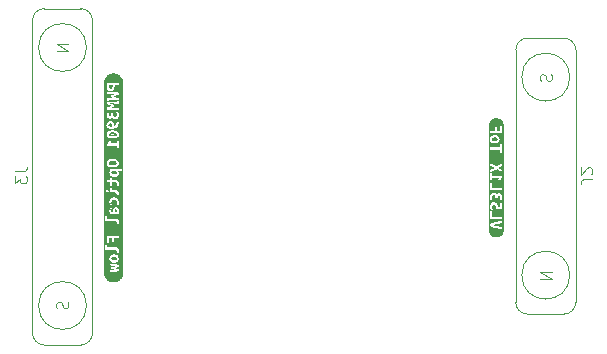
<source format=gbo>
G04 #@! TF.GenerationSoftware,KiCad,Pcbnew,9.0.3*
G04 #@! TF.CreationDate,2026-01-20T11:30:40+07:00*
G04 #@! TF.ProjectId,Mini_drone_PCB,4d696e69-5f64-4726-9f6e-655f5043422e,rev?*
G04 #@! TF.SameCoordinates,Original*
G04 #@! TF.FileFunction,Legend,Bot*
G04 #@! TF.FilePolarity,Positive*
%FSLAX46Y46*%
G04 Gerber Fmt 4.6, Leading zero omitted, Abs format (unit mm)*
G04 Created by KiCad (PCBNEW 9.0.3) date 2026-01-20 11:30:40*
%MOMM*%
%LPD*%
G01*
G04 APERTURE LIST*
%ADD10C,0.100000*%
%ADD11C,0.000000*%
%ADD12C,3.000000*%
%ADD13C,1.600000*%
%ADD14C,5.000000*%
%ADD15O,1.100000X2.000000*%
%ADD16O,1.200000X1.800000*%
%ADD17C,3.500000*%
%ADD18R,3.500000X3.500000*%
%ADD19C,1.400000*%
%ADD20C,1.800000*%
%ADD21R,1.800000X1.800000*%
G04 APERTURE END LIST*
D10*
X116057419Y-99466666D02*
X116771704Y-99466666D01*
X116771704Y-99466666D02*
X116914561Y-99419047D01*
X116914561Y-99419047D02*
X117009800Y-99323809D01*
X117009800Y-99323809D02*
X117057419Y-99180952D01*
X117057419Y-99180952D02*
X117057419Y-99085714D01*
X116057419Y-99847619D02*
X116057419Y-100466666D01*
X116057419Y-100466666D02*
X116438371Y-100133333D01*
X116438371Y-100133333D02*
X116438371Y-100276190D01*
X116438371Y-100276190D02*
X116485990Y-100371428D01*
X116485990Y-100371428D02*
X116533609Y-100419047D01*
X116533609Y-100419047D02*
X116628847Y-100466666D01*
X116628847Y-100466666D02*
X116866942Y-100466666D01*
X116866942Y-100466666D02*
X116962180Y-100419047D01*
X116962180Y-100419047D02*
X117009800Y-100371428D01*
X117009800Y-100371428D02*
X117057419Y-100276190D01*
X117057419Y-100276190D02*
X117057419Y-99990476D01*
X117057419Y-99990476D02*
X117009800Y-99895238D01*
X117009800Y-99895238D02*
X116962180Y-99847619D01*
X120569911Y-88683257D02*
X119569911Y-88683257D01*
X119569911Y-88683257D02*
X120569911Y-89254685D01*
X120569911Y-89254685D02*
X119569911Y-89254685D01*
X120513493Y-110490359D02*
X120561112Y-110633216D01*
X120561112Y-110633216D02*
X120561112Y-110871311D01*
X120561112Y-110871311D02*
X120513493Y-110966549D01*
X120513493Y-110966549D02*
X120465873Y-111014168D01*
X120465873Y-111014168D02*
X120370635Y-111061787D01*
X120370635Y-111061787D02*
X120275397Y-111061787D01*
X120275397Y-111061787D02*
X120180159Y-111014168D01*
X120180159Y-111014168D02*
X120132540Y-110966549D01*
X120132540Y-110966549D02*
X120084921Y-110871311D01*
X120084921Y-110871311D02*
X120037302Y-110680835D01*
X120037302Y-110680835D02*
X119989683Y-110585597D01*
X119989683Y-110585597D02*
X119942064Y-110537978D01*
X119942064Y-110537978D02*
X119846826Y-110490359D01*
X119846826Y-110490359D02*
X119751588Y-110490359D01*
X119751588Y-110490359D02*
X119656350Y-110537978D01*
X119656350Y-110537978D02*
X119608731Y-110585597D01*
X119608731Y-110585597D02*
X119561112Y-110680835D01*
X119561112Y-110680835D02*
X119561112Y-110918930D01*
X119561112Y-110918930D02*
X119608731Y-111061787D01*
X164942580Y-100133333D02*
X164228295Y-100133333D01*
X164228295Y-100133333D02*
X164085438Y-100180952D01*
X164085438Y-100180952D02*
X163990200Y-100276190D01*
X163990200Y-100276190D02*
X163942580Y-100419047D01*
X163942580Y-100419047D02*
X163942580Y-100514285D01*
X164847342Y-99704761D02*
X164894961Y-99657142D01*
X164894961Y-99657142D02*
X164942580Y-99561904D01*
X164942580Y-99561904D02*
X164942580Y-99323809D01*
X164942580Y-99323809D02*
X164894961Y-99228571D01*
X164894961Y-99228571D02*
X164847342Y-99180952D01*
X164847342Y-99180952D02*
X164752104Y-99133333D01*
X164752104Y-99133333D02*
X164656866Y-99133333D01*
X164656866Y-99133333D02*
X164514009Y-99180952D01*
X164514009Y-99180952D02*
X163942580Y-99752380D01*
X163942580Y-99752380D02*
X163942580Y-99133333D01*
X160547420Y-91808351D02*
X160499800Y-91665494D01*
X160499800Y-91665494D02*
X160499800Y-91427399D01*
X160499800Y-91427399D02*
X160547420Y-91332161D01*
X160547420Y-91332161D02*
X160595039Y-91284542D01*
X160595039Y-91284542D02*
X160690277Y-91236923D01*
X160690277Y-91236923D02*
X160785515Y-91236923D01*
X160785515Y-91236923D02*
X160880753Y-91284542D01*
X160880753Y-91284542D02*
X160928372Y-91332161D01*
X160928372Y-91332161D02*
X160975991Y-91427399D01*
X160975991Y-91427399D02*
X161023610Y-91617875D01*
X161023610Y-91617875D02*
X161071229Y-91713113D01*
X161071229Y-91713113D02*
X161118848Y-91760732D01*
X161118848Y-91760732D02*
X161214086Y-91808351D01*
X161214086Y-91808351D02*
X161309324Y-91808351D01*
X161309324Y-91808351D02*
X161404562Y-91760732D01*
X161404562Y-91760732D02*
X161452181Y-91713113D01*
X161452181Y-91713113D02*
X161499800Y-91617875D01*
X161499800Y-91617875D02*
X161499800Y-91379780D01*
X161499800Y-91379780D02*
X161452181Y-91236923D01*
X160491001Y-108535453D02*
X161491001Y-108535453D01*
X161491001Y-108535453D02*
X160491001Y-107964025D01*
X160491001Y-107964025D02*
X161491001Y-107964025D01*
G04 #@! TO.C,J3*
X117532713Y-86671718D02*
X117532713Y-113158611D01*
X118532713Y-114158611D02*
X121612713Y-114158611D01*
X121612713Y-85671718D02*
X118532713Y-85671718D01*
X122612713Y-113158611D02*
X122612713Y-86671718D01*
X117532713Y-86671718D02*
G75*
G02*
X118532713Y-85671718I999999J1D01*
G01*
X118532713Y-114158611D02*
G75*
G02*
X117532720Y-113158611I0J999993D01*
G01*
X121612713Y-85671718D02*
G75*
G02*
X122612713Y-86671718I1J-999999D01*
G01*
X122612713Y-113158611D02*
G75*
G02*
X121612713Y-114158618I-1000000J-7D01*
G01*
X122104713Y-88973718D02*
G75*
G02*
X118040713Y-88973718I-2032000J0D01*
G01*
X118040713Y-88973718D02*
G75*
G02*
X122104713Y-88973718I2032000J0D01*
G01*
X122104713Y-110817719D02*
G75*
G02*
X118040713Y-110817719I-2032000J0D01*
G01*
X118040713Y-110817719D02*
G75*
G02*
X122104713Y-110817719I2032000J0D01*
G01*
G04 #@! TO.C,J2*
X158448200Y-89178993D02*
X158448200Y-110546993D01*
X159448200Y-111546993D02*
X162528200Y-111546993D01*
X162528200Y-88178993D02*
X159448200Y-88178993D01*
X163528200Y-110546993D02*
X163528200Y-89178993D01*
X158448200Y-89178993D02*
G75*
G02*
X159448200Y-88178993I1000000J0D01*
G01*
X159448200Y-111546993D02*
G75*
G02*
X158448200Y-110546993I-1J999999D01*
G01*
X162528200Y-88178993D02*
G75*
G02*
X163528200Y-89178993I0J-1000000D01*
G01*
X163528200Y-110546993D02*
G75*
G02*
X162528200Y-111546993I-999999J-1D01*
G01*
X163020200Y-91480993D02*
G75*
G02*
X158956200Y-91480993I-2032000J0D01*
G01*
X158956200Y-91480993D02*
G75*
G02*
X163020200Y-91480993I2032000J0D01*
G01*
X163020200Y-108244993D02*
G75*
G02*
X158956200Y-108244993I-2032000J0D01*
G01*
X158956200Y-108244993D02*
G75*
G02*
X163020200Y-108244993I2032000J0D01*
G01*
D11*
G04 #@! TO.C,kibuzzard-696EF46D*
G36*
X124658481Y-102693861D02*
G01*
X124680291Y-102794023D01*
X124679483Y-102857028D01*
X124675444Y-102910339D01*
X124500969Y-102910339D01*
X124495315Y-102863490D01*
X124492892Y-102813409D01*
X124496931Y-102753635D01*
X124510662Y-102702746D01*
X124538126Y-102668013D01*
X124584976Y-102655089D01*
X124658481Y-102693861D01*
G37*
G36*
X124311955Y-92254443D02*
G01*
X124302464Y-92338045D01*
X124273990Y-92398223D01*
X124222496Y-92434572D01*
X124143942Y-92446688D01*
X124069426Y-92434774D01*
X124020355Y-92399031D01*
X123993094Y-92343498D01*
X123984006Y-92272213D01*
X123984814Y-92222940D01*
X123988853Y-92173667D01*
X124311955Y-92173667D01*
X124311955Y-92254443D01*
G37*
G36*
X124250565Y-95420840D02*
G01*
X124280856Y-95468498D01*
X124290953Y-95540388D01*
X124284491Y-95605008D01*
X124266721Y-95659935D01*
X124235218Y-95662359D01*
X124198869Y-95663166D01*
X124117286Y-95655897D01*
X124042165Y-95631664D01*
X123987237Y-95586430D01*
X123966236Y-95516155D01*
X123979968Y-95455574D01*
X124016317Y-95415186D01*
X124069628Y-95392569D01*
X124134249Y-95385299D01*
X124250565Y-95420840D01*
G37*
G36*
X124660905Y-99509693D02*
G01*
X124668982Y-99574314D01*
X124654645Y-99636107D01*
X124611632Y-99679322D01*
X124542367Y-99704766D01*
X124449273Y-99713247D01*
X124356583Y-99703150D01*
X124282068Y-99672860D01*
X124232997Y-99621971D01*
X124216640Y-99550081D01*
X124219063Y-99501616D01*
X124223102Y-99457997D01*
X124639903Y-99457997D01*
X124660905Y-99509693D01*
G37*
G36*
X124534895Y-106685178D02*
G01*
X124607593Y-106712440D01*
X124654847Y-106759895D01*
X124670598Y-106829564D01*
X124654847Y-106897617D01*
X124607593Y-106946688D01*
X124534895Y-106976373D01*
X124442811Y-106986268D01*
X124350929Y-106977181D01*
X124278837Y-106949919D01*
X124232189Y-106902464D01*
X124216640Y-106832795D01*
X124232189Y-106764742D01*
X124278837Y-106715671D01*
X124350929Y-106685986D01*
X124442811Y-106676091D01*
X124534895Y-106685178D01*
G37*
G36*
X124392124Y-98596729D02*
G01*
X124458158Y-98600969D01*
X124568821Y-98623587D01*
X124643134Y-98671244D01*
X124670598Y-98753635D01*
X124643134Y-98835218D01*
X124568013Y-98883683D01*
X124457351Y-98906301D01*
X124391922Y-98910541D01*
X124321648Y-98911955D01*
X124251171Y-98910541D01*
X124185137Y-98906301D01*
X124074475Y-98883683D01*
X124000162Y-98836026D01*
X123972698Y-98753635D01*
X124000162Y-98671244D01*
X124075283Y-98623587D01*
X124185945Y-98600969D01*
X124251373Y-98596729D01*
X124321648Y-98595315D01*
X124392124Y-98596729D01*
G37*
G36*
X124649798Y-96402868D02*
G01*
X124582553Y-96455574D01*
X124513534Y-96479357D01*
X124426028Y-96493628D01*
X124320032Y-96498385D01*
X124214934Y-96493628D01*
X124127966Y-96479357D01*
X124059128Y-96455574D01*
X123991882Y-96402868D01*
X123969966Y-96331987D01*
X124195638Y-96331987D01*
X124227948Y-96395800D01*
X124303877Y-96420840D01*
X124378998Y-96395800D01*
X124410501Y-96331987D01*
X124378998Y-96265751D01*
X124303877Y-96241519D01*
X124227948Y-96265751D01*
X124195638Y-96331987D01*
X123969966Y-96331987D01*
X123969467Y-96330372D01*
X123991882Y-96258885D01*
X124059128Y-96205977D01*
X124127966Y-96181745D01*
X124214934Y-96167205D01*
X124320032Y-96162359D01*
X124426028Y-96167205D01*
X124513534Y-96181745D01*
X124582553Y-96205977D01*
X124649798Y-96258885D01*
X124672213Y-96330372D01*
X124671714Y-96331987D01*
X124649798Y-96402868D01*
G37*
G36*
X125223640Y-93409532D02*
G01*
X125223640Y-94273829D01*
X125223640Y-94655089D01*
X125223640Y-95259289D01*
X125223640Y-96330372D01*
X125223640Y-97475767D01*
X125223640Y-98755251D01*
X125223640Y-99457997D01*
X125223640Y-100485461D01*
X125223640Y-101312601D01*
X125223640Y-102091276D01*
X125223640Y-102779483D01*
X125223640Y-103727787D01*
X125223640Y-104913570D01*
X125223640Y-106151050D01*
X125223640Y-106832795D01*
X125223640Y-107755251D01*
X125223640Y-108025040D01*
X125223640Y-108025175D01*
X125219674Y-108105906D01*
X125207814Y-108185859D01*
X125188175Y-108264265D01*
X125160944Y-108340369D01*
X125126386Y-108413436D01*
X125084832Y-108482765D01*
X125036682Y-108547687D01*
X124982402Y-108607577D01*
X124922512Y-108661858D01*
X124857590Y-108710007D01*
X124788261Y-108751561D01*
X124715193Y-108786119D01*
X124639090Y-108813350D01*
X124560684Y-108832989D01*
X124480731Y-108844849D01*
X124400000Y-108848815D01*
X124319269Y-108844849D01*
X124239316Y-108832989D01*
X124160910Y-108813350D01*
X124084807Y-108786119D01*
X124011739Y-108751561D01*
X123942410Y-108710007D01*
X123877488Y-108661858D01*
X123817598Y-108607577D01*
X123763318Y-108547687D01*
X123715168Y-108482765D01*
X123673614Y-108413436D01*
X123639056Y-108340369D01*
X123611825Y-108264265D01*
X123592186Y-108185859D01*
X123580326Y-108105906D01*
X123576360Y-108025175D01*
X123576360Y-108025040D01*
X123576360Y-107252827D01*
X124063166Y-107252827D01*
X124063166Y-107422456D01*
X124156148Y-107426853D01*
X124247693Y-107431431D01*
X124337803Y-107436188D01*
X124428092Y-107442380D01*
X124520176Y-107451266D01*
X124614055Y-107462843D01*
X124500162Y-107499192D01*
X124400000Y-107526656D01*
X124307916Y-107549273D01*
X124216640Y-107571082D01*
X124216640Y-107714863D01*
X124307916Y-107735057D01*
X124400000Y-107757674D01*
X124500162Y-107783522D01*
X124614055Y-107816640D01*
X124541357Y-107825525D01*
X124471890Y-107832795D01*
X124404241Y-107838651D01*
X124336995Y-107843296D01*
X124202908Y-107849758D01*
X124134451Y-107852383D01*
X124063166Y-107855412D01*
X124063166Y-108025040D01*
X124172213Y-108015297D01*
X124278029Y-108003837D01*
X124380614Y-107990660D01*
X124479968Y-107975767D01*
X124604900Y-107953958D01*
X124719063Y-107930533D01*
X124822456Y-107905493D01*
X124822456Y-107755251D01*
X124730372Y-107722133D01*
X124648788Y-107693053D01*
X124566397Y-107665590D01*
X124471890Y-107637318D01*
X124564782Y-107608239D01*
X124646365Y-107581583D01*
X124728756Y-107553312D01*
X124822456Y-107517771D01*
X124822456Y-107367528D01*
X124747536Y-107348748D01*
X124664943Y-107331179D01*
X124575687Y-107314822D01*
X124480775Y-107299677D01*
X124381220Y-107285945D01*
X124278029Y-107273829D01*
X124171809Y-107262924D01*
X124063166Y-107252827D01*
X123576360Y-107252827D01*
X123576360Y-106832795D01*
X124043780Y-106832795D01*
X124050848Y-106908522D01*
X124072052Y-106977383D01*
X124106381Y-107038368D01*
X124152827Y-107090469D01*
X124210582Y-107132674D01*
X124278837Y-107163974D01*
X124356179Y-107183360D01*
X124441195Y-107189822D01*
X124527423Y-107183360D01*
X124605170Y-107163974D01*
X124673627Y-107132876D01*
X124731987Y-107091276D01*
X124779241Y-107039782D01*
X124814378Y-106978998D01*
X124836187Y-106909734D01*
X124843457Y-106832795D01*
X124836187Y-106755856D01*
X124814378Y-106686591D01*
X124779241Y-106625606D01*
X124731987Y-106573506D01*
X124673627Y-106531301D01*
X124605170Y-106500000D01*
X124527423Y-106480614D01*
X124441195Y-106474152D01*
X124356179Y-106480816D01*
X124278837Y-106500808D01*
X124210582Y-106532714D01*
X124152827Y-106575121D01*
X124106381Y-106627423D01*
X124072052Y-106689015D01*
X124050848Y-106758078D01*
X124043780Y-106832795D01*
X123576360Y-106832795D01*
X123576360Y-105677706D01*
X123710985Y-105677706D01*
X123710985Y-106086430D01*
X124534895Y-106086430D01*
X124639903Y-106117124D01*
X124667367Y-106194669D01*
X124651212Y-106294830D01*
X124630210Y-106348142D01*
X124790145Y-106373990D01*
X124801454Y-106352181D01*
X124818417Y-106307755D01*
X124833764Y-106240711D01*
X124840226Y-106151050D01*
X124819830Y-106032310D01*
X124758643Y-105950727D01*
X124658279Y-105903473D01*
X124520355Y-105887722D01*
X123875767Y-105887722D01*
X123875767Y-105677706D01*
X123710985Y-105677706D01*
X123576360Y-105677706D01*
X123576360Y-104913570D01*
X123822456Y-104913570D01*
X123822456Y-105525848D01*
X123987237Y-105525848D01*
X123987237Y-105112278D01*
X124229564Y-105112278D01*
X124229564Y-105474152D01*
X124394346Y-105474152D01*
X124394346Y-105112278D01*
X124822456Y-105112278D01*
X124822456Y-104913570D01*
X123822456Y-104913570D01*
X123576360Y-104913570D01*
X123576360Y-103254443D01*
X123710985Y-103254443D01*
X123710985Y-103663166D01*
X124534895Y-103663166D01*
X124639903Y-103693861D01*
X124667367Y-103771406D01*
X124651212Y-103871567D01*
X124630210Y-103924879D01*
X124790145Y-103950727D01*
X124801454Y-103928918D01*
X124818417Y-103884491D01*
X124833764Y-103817448D01*
X124840226Y-103727787D01*
X124819830Y-103609047D01*
X124758643Y-103527464D01*
X124658279Y-103480210D01*
X124520355Y-103464459D01*
X123875767Y-103464459D01*
X123875767Y-103254443D01*
X123710985Y-103254443D01*
X123576360Y-103254443D01*
X123576360Y-102776252D01*
X124043780Y-102776252D01*
X124049233Y-102862076D01*
X124065590Y-102932149D01*
X124126979Y-103031503D01*
X124223910Y-103084814D01*
X124352342Y-103100969D01*
X124804685Y-103100969D01*
X124827302Y-102971729D01*
X124836995Y-102880856D01*
X124840226Y-102779483D01*
X124827302Y-102647819D01*
X124784491Y-102546850D01*
X124706947Y-102482230D01*
X124589822Y-102459612D01*
X124478352Y-102485461D01*
X124405654Y-102554927D01*
X124366074Y-102655089D01*
X124353958Y-102773021D01*
X124357189Y-102846123D01*
X124366882Y-102910339D01*
X124342649Y-102910339D01*
X124248142Y-102874798D01*
X124219669Y-102826333D01*
X124210178Y-102752019D01*
X124218255Y-102642973D01*
X124237641Y-102558158D01*
X124077706Y-102530695D01*
X124054281Y-102635703D01*
X124046405Y-102704766D01*
X124043780Y-102776252D01*
X123576360Y-102776252D01*
X123576360Y-102086430D01*
X124043780Y-102086430D01*
X124053473Y-102209209D01*
X124085784Y-102320679D01*
X124245719Y-102277060D01*
X124225525Y-102205170D01*
X124216640Y-102104200D01*
X124233603Y-101985461D01*
X124280452Y-101908724D01*
X124352342Y-101866721D01*
X124442811Y-101853797D01*
X124536511Y-101868538D01*
X124607593Y-101912763D01*
X124652423Y-101992528D01*
X124667367Y-102113893D01*
X124660905Y-102211632D01*
X124639903Y-102304524D01*
X124803069Y-102333603D01*
X124829725Y-102231826D01*
X124837601Y-102166801D01*
X124840226Y-102091276D01*
X124832553Y-101983239D01*
X124809532Y-101891761D01*
X124773183Y-101816034D01*
X124725525Y-101755251D01*
X124667367Y-101709007D01*
X124599515Y-101676898D01*
X124523990Y-101658118D01*
X124442811Y-101651858D01*
X124362843Y-101658320D01*
X124287722Y-101677706D01*
X124219669Y-101710420D01*
X124160905Y-101756866D01*
X124112439Y-101817246D01*
X124075283Y-101891761D01*
X124051656Y-101981220D01*
X124043780Y-102086430D01*
X123576360Y-102086430D01*
X123576360Y-101239903D01*
X124063166Y-101239903D01*
X124533279Y-101239903D01*
X124634249Y-101264944D01*
X124667367Y-101348142D01*
X124660097Y-101414378D01*
X124630210Y-101501616D01*
X124790145Y-101527464D01*
X124829725Y-101411955D01*
X124840226Y-101312601D01*
X124834572Y-101241317D01*
X124817609Y-101182553D01*
X124752181Y-101098546D01*
X124647981Y-101054120D01*
X124582149Y-101044427D01*
X124507431Y-101041196D01*
X124227948Y-101041196D01*
X124227948Y-100831179D01*
X124063166Y-100831179D01*
X124063166Y-101105816D01*
X124063166Y-101239903D01*
X123576360Y-101239903D01*
X123576360Y-101105816D01*
X123717447Y-101105816D01*
X123751373Y-101194669D01*
X123845073Y-101231826D01*
X123937157Y-101194669D01*
X123971082Y-101105816D01*
X123937157Y-101017771D01*
X123845073Y-100981422D01*
X123751373Y-101017771D01*
X123717447Y-101105816D01*
X123576360Y-101105816D01*
X123576360Y-100394992D01*
X123840226Y-100394992D01*
X124063166Y-100394992D01*
X124063166Y-100713247D01*
X124227948Y-100713247D01*
X124227948Y-100394992D01*
X124534895Y-100394992D01*
X124602746Y-100403070D01*
X124643134Y-100425687D01*
X124662520Y-100461228D01*
X124667367Y-100508078D01*
X124665751Y-100558966D01*
X124660097Y-100604200D01*
X124647981Y-100649435D01*
X124626979Y-100700323D01*
X124798223Y-100727787D01*
X124830533Y-100609047D01*
X124840226Y-100485461D01*
X124828918Y-100362682D01*
X124785299Y-100272213D01*
X124694023Y-100215671D01*
X124625969Y-100201131D01*
X124539742Y-100196284D01*
X124227948Y-100196284D01*
X124227948Y-100023425D01*
X124063166Y-100023425D01*
X124063166Y-100196284D01*
X123872536Y-100196284D01*
X123840226Y-100394992D01*
X123576360Y-100394992D01*
X123576360Y-99551696D01*
X124047011Y-99551696D01*
X124058858Y-99659935D01*
X124094400Y-99749865D01*
X124153635Y-99821486D01*
X124233154Y-99873542D01*
X124329546Y-99904775D01*
X124442811Y-99915186D01*
X124526616Y-99910339D01*
X124603554Y-99895800D01*
X124671809Y-99871971D01*
X124729564Y-99839257D01*
X124811147Y-99745557D01*
X124832956Y-99684572D01*
X124840226Y-99614701D01*
X124830937Y-99537561D01*
X124803069Y-99457997D01*
X125089015Y-99457997D01*
X125089015Y-99259289D01*
X124087399Y-99259289D01*
X124071244Y-99320477D01*
X124058320Y-99394184D01*
X124049838Y-99473546D01*
X124047011Y-99551696D01*
X123576360Y-99551696D01*
X123576360Y-98753635D01*
X123799838Y-98753635D01*
X123814468Y-98861695D01*
X123858356Y-98951086D01*
X123931502Y-99021809D01*
X124005261Y-99062096D01*
X124094871Y-99090872D01*
X124200333Y-99108138D01*
X124321648Y-99113893D01*
X124442962Y-99108037D01*
X124548425Y-99090469D01*
X124638035Y-99061188D01*
X124711793Y-99020194D01*
X124784940Y-98949112D01*
X124828828Y-98860797D01*
X124843457Y-98755251D01*
X124828828Y-98647101D01*
X124784940Y-98557440D01*
X124711793Y-98486268D01*
X124638035Y-98445628D01*
X124548425Y-98416599D01*
X124442962Y-98399182D01*
X124321648Y-98393377D01*
X124200333Y-98399334D01*
X124094871Y-98417205D01*
X124005261Y-98446991D01*
X123931502Y-98488692D01*
X123858356Y-98560492D01*
X123814468Y-98648806D01*
X123799838Y-98753635D01*
X123576360Y-98753635D01*
X123576360Y-97141357D01*
X123822456Y-97141357D01*
X123822456Y-97277060D01*
X124657674Y-97277060D01*
X124657674Y-97475767D01*
X124822456Y-97475767D01*
X124822456Y-96868336D01*
X124657674Y-96868336D01*
X124657674Y-97078352D01*
X124098708Y-97078352D01*
X124156058Y-96974960D01*
X124195638Y-96876414D01*
X124030856Y-96811793D01*
X123993700Y-96895800D01*
X123943619Y-96986268D01*
X123885460Y-97071890D01*
X123822456Y-97141357D01*
X123576360Y-97141357D01*
X123576360Y-96330372D01*
X123799838Y-96330372D01*
X123814109Y-96434482D01*
X123856920Y-96520643D01*
X123928271Y-96588853D01*
X124000919Y-96627726D01*
X124090428Y-96655493D01*
X124196799Y-96672153D01*
X124320032Y-96677706D01*
X124444023Y-96672153D01*
X124551050Y-96655493D01*
X124641115Y-96627726D01*
X124714216Y-96588853D01*
X124786017Y-96520643D01*
X124829097Y-96434482D01*
X124843457Y-96330372D01*
X124829097Y-96226261D01*
X124786017Y-96140101D01*
X124714216Y-96071890D01*
X124641115Y-96033017D01*
X124551050Y-96005251D01*
X124444023Y-95988591D01*
X124320032Y-95983037D01*
X124197456Y-95988692D01*
X124091438Y-96005654D01*
X124001979Y-96033926D01*
X123929079Y-96073506D01*
X123857279Y-96142255D01*
X123814199Y-96227877D01*
X123799838Y-96330372D01*
X123576360Y-96330372D01*
X123576360Y-95511309D01*
X123796607Y-95511309D01*
X123809173Y-95614522D01*
X123846868Y-95700144D01*
X123909693Y-95768175D01*
X123994956Y-95817537D01*
X124099964Y-95847155D01*
X124224717Y-95857028D01*
X124361834Y-95846527D01*
X124482391Y-95815024D01*
X124585582Y-95763934D01*
X124670598Y-95694669D01*
X124737439Y-95608239D01*
X124786107Y-95505654D01*
X124815792Y-95388732D01*
X124825687Y-95259289D01*
X124654443Y-95252827D01*
X124639701Y-95375202D01*
X124598708Y-95483845D01*
X124529039Y-95570679D01*
X124428271Y-95627625D01*
X124455735Y-95514540D01*
X124449475Y-95433764D01*
X124430695Y-95365913D01*
X124362036Y-95265751D01*
X124261066Y-95209209D01*
X124137480Y-95191438D01*
X124018740Y-95211632D01*
X123908885Y-95271406D01*
X123828110Y-95370759D01*
X123804483Y-95435784D01*
X123796607Y-95511309D01*
X123576360Y-95511309D01*
X123576360Y-94672860D01*
X123799838Y-94672860D01*
X123805089Y-94751414D01*
X123820840Y-94819063D01*
X123879806Y-94921648D01*
X123969467Y-94981422D01*
X124080937Y-95000808D01*
X124195638Y-94966882D01*
X124279645Y-94876414D01*
X124319628Y-94945275D01*
X124374960Y-94996769D01*
X124444023Y-95028877D01*
X124525202Y-95039580D01*
X124652827Y-95016963D01*
X124753796Y-94947496D01*
X124791761Y-94894184D01*
X124820032Y-94827948D01*
X124837601Y-94748385D01*
X124843457Y-94655089D01*
X124837803Y-94576737D01*
X124824071Y-94497577D01*
X124806300Y-94427302D01*
X124788530Y-94377221D01*
X124622132Y-94415994D01*
X124656058Y-94512116D01*
X124669386Y-94576939D01*
X124673829Y-94653473D01*
X124662924Y-94740105D01*
X124630210Y-94796446D01*
X124521971Y-94837641D01*
X124454725Y-94821890D01*
X124411309Y-94774637D01*
X124387682Y-94703150D01*
X124379806Y-94614701D01*
X124379806Y-94553312D01*
X124215024Y-94553312D01*
X124215024Y-94627625D01*
X124208562Y-94689015D01*
X124187561Y-94743942D01*
X124148788Y-94783522D01*
X124087399Y-94798869D01*
X124000969Y-94765751D01*
X123969467Y-94674475D01*
X123988045Y-94562197D01*
X124034087Y-94466074D01*
X123888691Y-94394992D01*
X123829725Y-94510501D01*
X123807310Y-94587036D01*
X123799838Y-94672860D01*
X123576360Y-94672860D01*
X123576360Y-93598546D01*
X123822456Y-93598546D01*
X123822456Y-93763328D01*
X123909693Y-93791599D01*
X124024394Y-93827948D01*
X124148788Y-93866721D01*
X124265105Y-93903877D01*
X124141519Y-93944265D01*
X124018740Y-93984653D01*
X123908078Y-94020194D01*
X123822456Y-94049273D01*
X123822456Y-94214055D01*
X123951696Y-94225162D01*
X124077706Y-94235864D01*
X124201494Y-94245557D01*
X124324071Y-94253635D01*
X124446446Y-94260299D01*
X124569628Y-94265751D01*
X124694628Y-94270194D01*
X124822456Y-94273829D01*
X124822456Y-94091276D01*
X124045396Y-94100969D01*
X124468659Y-93978191D01*
X124468659Y-93832795D01*
X124045396Y-93714863D01*
X124822456Y-93722940D01*
X124822456Y-93540388D01*
X124697254Y-93545436D01*
X124567205Y-93550889D01*
X124435137Y-93556745D01*
X124303877Y-93563005D01*
X124175040Y-93570073D01*
X124050242Y-93578352D01*
X123931906Y-93587843D01*
X123822456Y-93598546D01*
X123576360Y-93598546D01*
X123576360Y-92732633D01*
X123822456Y-92732633D01*
X123822456Y-92916801D01*
X123919386Y-92915186D01*
X124019548Y-92913570D01*
X124121123Y-92911955D01*
X124222294Y-92910339D01*
X124322052Y-92908724D01*
X124419386Y-92907108D01*
X124512480Y-92905897D01*
X124599515Y-92905493D01*
X124486430Y-92938611D01*
X124365267Y-92974152D01*
X124255412Y-93005654D01*
X124176252Y-93028272D01*
X124176252Y-93173667D01*
X124252181Y-93193053D01*
X124352342Y-93221325D01*
X124470275Y-93255251D01*
X124599515Y-93291599D01*
X124512480Y-93291196D01*
X124419386Y-93289984D01*
X124322254Y-93288368D01*
X124223102Y-93286753D01*
X124122334Y-93285137D01*
X124020355Y-93283522D01*
X123919588Y-93282310D01*
X123822456Y-93281906D01*
X123822456Y-93466074D01*
X123947052Y-93461228D01*
X124075283Y-93456381D01*
X124204927Y-93451131D01*
X124333764Y-93445073D01*
X124461187Y-93438005D01*
X124586591Y-93429725D01*
X124707754Y-93420234D01*
X124822456Y-93409532D01*
X124822456Y-93244750D01*
X124716842Y-93209209D01*
X124603554Y-93173667D01*
X124489055Y-93138126D01*
X124379806Y-93102585D01*
X124486026Y-93066236D01*
X124601131Y-93028272D01*
X124716236Y-92991115D01*
X124822456Y-92957189D01*
X124822456Y-92792407D01*
X124707553Y-92780291D01*
X124585784Y-92769790D01*
X124459774Y-92760703D01*
X124332149Y-92752827D01*
X124203312Y-92746163D01*
X124073667Y-92740711D01*
X123945840Y-92736268D01*
X123822456Y-92732633D01*
X123576360Y-92732633D01*
X123576360Y-92249596D01*
X123811147Y-92249596D01*
X123819853Y-92367169D01*
X123845970Y-92465715D01*
X123889499Y-92545234D01*
X123952773Y-92603572D01*
X124038126Y-92638575D01*
X124145557Y-92650242D01*
X124254066Y-92638485D01*
X124340495Y-92603213D01*
X124404847Y-92544427D01*
X124449273Y-92464100D01*
X124475929Y-92364208D01*
X124484814Y-92244750D01*
X124484814Y-92173667D01*
X124822456Y-92173667D01*
X124822456Y-91974960D01*
X123835380Y-91974960D01*
X123824071Y-92040388D01*
X123816801Y-92113893D01*
X123812763Y-92186591D01*
X123811147Y-92249596D01*
X123576360Y-92249596D01*
X123576360Y-91974960D01*
X123576360Y-91974825D01*
X123580326Y-91894094D01*
X123592186Y-91814141D01*
X123611825Y-91735735D01*
X123639056Y-91659632D01*
X123673614Y-91586564D01*
X123715168Y-91517235D01*
X123763317Y-91452313D01*
X123817598Y-91392423D01*
X123877488Y-91338143D01*
X123942410Y-91289993D01*
X124011739Y-91248439D01*
X124084807Y-91213881D01*
X124160910Y-91186650D01*
X124239316Y-91167011D01*
X124319269Y-91155151D01*
X124400000Y-91151185D01*
X124480731Y-91155151D01*
X124560684Y-91167011D01*
X124639090Y-91186650D01*
X124715193Y-91213881D01*
X124788261Y-91248439D01*
X124857590Y-91289993D01*
X124922512Y-91338143D01*
X124982402Y-91392423D01*
X125036683Y-91452313D01*
X125084832Y-91517235D01*
X125126386Y-91586564D01*
X125160944Y-91659632D01*
X125188175Y-91735735D01*
X125207814Y-91814141D01*
X125219674Y-91894094D01*
X125223640Y-91974825D01*
X125223640Y-91974960D01*
X125223640Y-92173667D01*
X125223640Y-93409532D01*
G37*
G04 #@! TO.C,kibuzzard-696EF488*
G36*
X156770719Y-96586632D02*
G01*
X156842811Y-96613893D01*
X156889459Y-96661349D01*
X156905008Y-96731018D01*
X156889459Y-96799071D01*
X156842811Y-96848142D01*
X156770719Y-96877827D01*
X156678837Y-96887722D01*
X156586753Y-96878635D01*
X156514055Y-96851373D01*
X156466801Y-96803918D01*
X156451050Y-96734249D01*
X156466801Y-96666195D01*
X156514055Y-96617124D01*
X156586753Y-96587439D01*
X156678837Y-96577544D01*
X156770719Y-96586632D01*
G37*
G36*
X156928064Y-94970745D02*
G01*
X157051207Y-95008100D01*
X157164696Y-95068761D01*
X157264170Y-95150397D01*
X157345806Y-95249871D01*
X157406467Y-95363360D01*
X157443822Y-95486502D01*
X157456435Y-95614566D01*
X157456435Y-95614701D01*
X157456435Y-104385299D01*
X157456435Y-104385433D01*
X157443822Y-104513498D01*
X157406467Y-104636640D01*
X157345806Y-104750129D01*
X157264170Y-104849603D01*
X157164696Y-104931239D01*
X157051207Y-104991900D01*
X156928064Y-105029255D01*
X156800000Y-105041869D01*
X156671936Y-105029255D01*
X156548793Y-104991900D01*
X156435304Y-104931239D01*
X156335830Y-104849603D01*
X156254194Y-104750129D01*
X156193533Y-104636640D01*
X156156178Y-104513498D01*
X156143565Y-104385433D01*
X156143565Y-104385299D01*
X156143565Y-104105816D01*
X156143565Y-103900646D01*
X156299192Y-103900646D01*
X156299192Y-104105816D01*
X156417932Y-104145800D01*
X156551212Y-104188207D01*
X156644821Y-104216747D01*
X156738252Y-104244211D01*
X156831502Y-104270598D01*
X156922958Y-104295548D01*
X157011003Y-104318704D01*
X157095638Y-104340065D01*
X157208724Y-104366720D01*
X157299192Y-104385299D01*
X157299192Y-104175283D01*
X157215388Y-104163166D01*
X157119063Y-104146203D01*
X157014863Y-104125808D01*
X156907431Y-104103393D01*
X156799192Y-104079160D01*
X156692569Y-104053312D01*
X156592205Y-104026858D01*
X156502746Y-104000808D01*
X156590994Y-103974960D01*
X156690953Y-103949111D01*
X156797577Y-103924071D01*
X156905816Y-103900646D01*
X157013449Y-103878837D01*
X157118255Y-103858643D01*
X157215186Y-103840872D01*
X157299192Y-103826333D01*
X157299192Y-103617932D01*
X157196607Y-103639540D01*
X157082714Y-103665590D01*
X156960137Y-103695880D01*
X156831502Y-103730210D01*
X156743188Y-103755250D01*
X156653796Y-103781906D01*
X156563328Y-103810178D01*
X156473308Y-103839616D01*
X156385263Y-103869772D01*
X156299192Y-103900646D01*
X156143565Y-103900646D01*
X156143565Y-103483845D01*
X156299192Y-103483845D01*
X157299192Y-103483845D01*
X157299192Y-103283522D01*
X156463974Y-103283522D01*
X156463974Y-102855412D01*
X156299192Y-102855412D01*
X156299192Y-103483845D01*
X156143565Y-103483845D01*
X156143565Y-102855412D01*
X156143565Y-102464459D01*
X156278191Y-102464459D01*
X156283037Y-102543619D01*
X156295153Y-102621163D01*
X156312116Y-102688207D01*
X156329887Y-102734249D01*
X156494669Y-102693861D01*
X156462359Y-102603393D01*
X156451454Y-102541599D01*
X156447819Y-102466074D01*
X156460743Y-102369951D01*
X156493861Y-102310178D01*
X156539903Y-102280291D01*
X156593215Y-102272213D01*
X156669952Y-102285945D01*
X156729725Y-102340872D01*
X156768498Y-102457997D01*
X156778796Y-102545638D01*
X156782229Y-102656704D01*
X156916519Y-102642165D01*
X157047981Y-102630856D01*
X157175808Y-102622375D01*
X157299192Y-102616317D01*
X157299192Y-102105816D01*
X157134410Y-102105816D01*
X157134410Y-102449919D01*
X157026171Y-102457997D01*
X156934087Y-102466074D01*
X156917573Y-102343834D01*
X156885263Y-102244211D01*
X156837157Y-102167205D01*
X156773613Y-102112457D01*
X156694992Y-102079609D01*
X156601292Y-102068659D01*
X156472859Y-102092892D01*
X156370275Y-102167205D01*
X156331502Y-102223344D01*
X156302423Y-102291599D01*
X156284249Y-102371971D01*
X156278191Y-102464459D01*
X156143565Y-102464459D01*
X156143565Y-101638934D01*
X156278191Y-101638934D01*
X156283845Y-101717286D01*
X156297577Y-101796446D01*
X156315347Y-101866720D01*
X156333118Y-101916801D01*
X156499515Y-101878029D01*
X156465590Y-101781906D01*
X156452262Y-101717084D01*
X156447819Y-101640549D01*
X156458724Y-101553918D01*
X156491438Y-101497577D01*
X156599677Y-101456381D01*
X156666922Y-101472132D01*
X156710339Y-101519386D01*
X156733966Y-101590872D01*
X156741842Y-101679321D01*
X156741842Y-101740711D01*
X156906624Y-101740711D01*
X156906624Y-101666397D01*
X156913086Y-101605008D01*
X156934087Y-101550081D01*
X156972859Y-101510501D01*
X157034249Y-101495153D01*
X157120679Y-101528271D01*
X157152181Y-101619548D01*
X157133603Y-101731825D01*
X157087561Y-101827948D01*
X157232956Y-101899031D01*
X157291922Y-101783522D01*
X157314338Y-101706987D01*
X157321809Y-101621163D01*
X157316559Y-101542609D01*
X157300808Y-101474960D01*
X157241842Y-101372375D01*
X157152181Y-101312601D01*
X157040711Y-101293215D01*
X156926010Y-101327140D01*
X156842003Y-101417609D01*
X156802019Y-101348748D01*
X156746688Y-101297254D01*
X156677625Y-101265145D01*
X156596446Y-101254443D01*
X156468821Y-101277060D01*
X156367851Y-101346527D01*
X156329887Y-101399838D01*
X156301616Y-101466074D01*
X156284047Y-101545638D01*
X156278191Y-101638934D01*
X156143565Y-101638934D01*
X156143565Y-101060582D01*
X156299192Y-101060582D01*
X157299192Y-101060582D01*
X157299192Y-100860258D01*
X156463974Y-100860258D01*
X156463974Y-100432149D01*
X156299192Y-100432149D01*
X156299192Y-101060582D01*
X156143565Y-101060582D01*
X156143565Y-100432149D01*
X156143565Y-100233441D01*
X156299192Y-100233441D01*
X156463974Y-100233441D01*
X156463974Y-100023425D01*
X157022940Y-100023425D01*
X156965590Y-100126817D01*
X156926010Y-100225363D01*
X157090792Y-100289984D01*
X157127948Y-100205977D01*
X157178029Y-100115509D01*
X157236187Y-100029887D01*
X157299192Y-99960420D01*
X157299192Y-99824717D01*
X156463974Y-99824717D01*
X156463974Y-99626010D01*
X156299192Y-99626010D01*
X156299192Y-100233441D01*
X156143565Y-100233441D01*
X156143565Y-99626010D01*
X156143565Y-99327140D01*
X156299192Y-99327140D01*
X156299192Y-99542003D01*
X156404200Y-99494346D01*
X156468013Y-99461228D01*
X156536672Y-99424879D01*
X156608764Y-99385905D01*
X156682876Y-99344911D01*
X156756583Y-99303716D01*
X156827464Y-99264136D01*
X157299192Y-99525848D01*
X157299192Y-99310985D01*
X156979321Y-99152666D01*
X157299192Y-98986268D01*
X157299192Y-98785945D01*
X156832310Y-99041195D01*
X156761228Y-98997981D01*
X156686914Y-98955573D01*
X156611995Y-98914984D01*
X156539095Y-98877221D01*
X156469628Y-98843094D01*
X156405008Y-98813409D01*
X156299192Y-98769790D01*
X156299192Y-98984653D01*
X156386026Y-99018780D01*
X156481745Y-99059774D01*
X156581906Y-99105210D01*
X156682068Y-99152666D01*
X156584935Y-99199515D01*
X156484168Y-99246365D01*
X156386632Y-99289984D01*
X156299192Y-99327140D01*
X156143565Y-99327140D01*
X156143565Y-98984653D01*
X156143565Y-97640549D01*
X156299192Y-97640549D01*
X157134410Y-97640549D01*
X157134410Y-97903877D01*
X157299192Y-97903877D01*
X157299192Y-97176898D01*
X157134410Y-97176898D01*
X157134410Y-97440226D01*
X156299192Y-97440226D01*
X156299192Y-97640549D01*
X156143565Y-97640549D01*
X156143565Y-97440226D01*
X156143565Y-96731018D01*
X156278191Y-96731018D01*
X156285460Y-96807956D01*
X156307270Y-96877221D01*
X156342407Y-96938207D01*
X156389661Y-96990307D01*
X156448021Y-97032512D01*
X156516478Y-97063813D01*
X156594225Y-97083199D01*
X156680452Y-97089661D01*
X156765468Y-97082997D01*
X156842811Y-97063005D01*
X156911066Y-97031098D01*
X156968821Y-96988691D01*
X157015267Y-96936389D01*
X157049596Y-96874798D01*
X157070800Y-96805735D01*
X157077868Y-96731018D01*
X157070800Y-96655291D01*
X157049596Y-96586430D01*
X157015267Y-96525444D01*
X156968821Y-96473344D01*
X156911066Y-96431139D01*
X156842811Y-96399838D01*
X156765468Y-96380452D01*
X156680452Y-96373990D01*
X156594225Y-96380452D01*
X156516478Y-96399838D01*
X156448021Y-96430937D01*
X156389661Y-96472536D01*
X156342407Y-96524031D01*
X156307270Y-96584814D01*
X156285460Y-96654079D01*
X156278191Y-96731018D01*
X156143565Y-96731018D01*
X156143565Y-96226979D01*
X156143565Y-96028271D01*
X156299192Y-96028271D01*
X156299192Y-96226979D01*
X157299192Y-96226979D01*
X157299192Y-95614701D01*
X157134410Y-95614701D01*
X157134410Y-96028271D01*
X156892084Y-96028271D01*
X156892084Y-95666397D01*
X156727302Y-95666397D01*
X156727302Y-96028271D01*
X156299192Y-96028271D01*
X156143565Y-96028271D01*
X156143565Y-95614701D01*
X156143565Y-95614566D01*
X156156178Y-95486502D01*
X156193533Y-95363360D01*
X156254194Y-95249871D01*
X156335830Y-95150397D01*
X156435304Y-95068761D01*
X156548793Y-95008100D01*
X156671936Y-94970745D01*
X156800000Y-94958131D01*
X156928064Y-94970745D01*
G37*
G04 #@! TD*
%LPC*%
D12*
G04 #@! TO.C,J3*
X120072713Y-93545718D03*
D13*
X120072714Y-96085718D03*
X120072713Y-98625718D03*
X120072713Y-101165718D03*
X120072713Y-103705718D03*
D12*
X120072713Y-106245717D03*
G04 #@! TD*
G04 #@! TO.C,J2*
X160988200Y-103672993D03*
D13*
X160988199Y-101132993D03*
X160988200Y-98592993D03*
D12*
X160988200Y-96052993D03*
G04 #@! TD*
D14*
G04 #@! TO.C,H3*
X165000002Y-114857863D03*
G04 #@! TD*
D12*
G04 #@! TO.C,J6*
X168100000Y-71800000D03*
X165271573Y-74628427D03*
G04 #@! TD*
D14*
G04 #@! TO.C,H4*
X115000003Y-84857863D03*
G04 #@! TD*
D12*
G04 #@! TO.C,J5*
X112000000Y-71900000D03*
X114828427Y-74728427D03*
G04 #@! TD*
G04 #@! TO.C,J7*
X112000000Y-128000000D03*
X114828427Y-125171573D03*
G04 #@! TD*
G04 #@! TO.C,J4*
X168100000Y-127900000D03*
X165271573Y-125071573D03*
G04 #@! TD*
D14*
G04 #@! TO.C,H1*
X165000002Y-84857863D03*
G04 #@! TD*
D15*
G04 #@! TO.C,USB1*
X149175000Y-123986500D03*
D16*
X149175000Y-128186500D03*
D15*
X157825000Y-123986500D03*
D16*
X157825000Y-128186500D03*
G04 #@! TD*
D14*
G04 #@! TO.C,H2*
X115000002Y-114857863D03*
G04 #@! TD*
D17*
G04 #@! TO.C,J1*
X132200000Y-117925000D03*
D18*
X127200000Y-117925000D03*
D19*
X124200000Y-127925000D03*
X135200000Y-127925000D03*
G04 #@! TD*
D20*
G04 #@! TO.C,D1*
X123400000Y-80575000D03*
D21*
X125940000Y-80575000D03*
G04 #@! TD*
D20*
G04 #@! TO.C,D9*
X154130001Y-80575000D03*
D21*
X156670001Y-80575000D03*
G04 #@! TD*
%LPD*%
M02*

</source>
